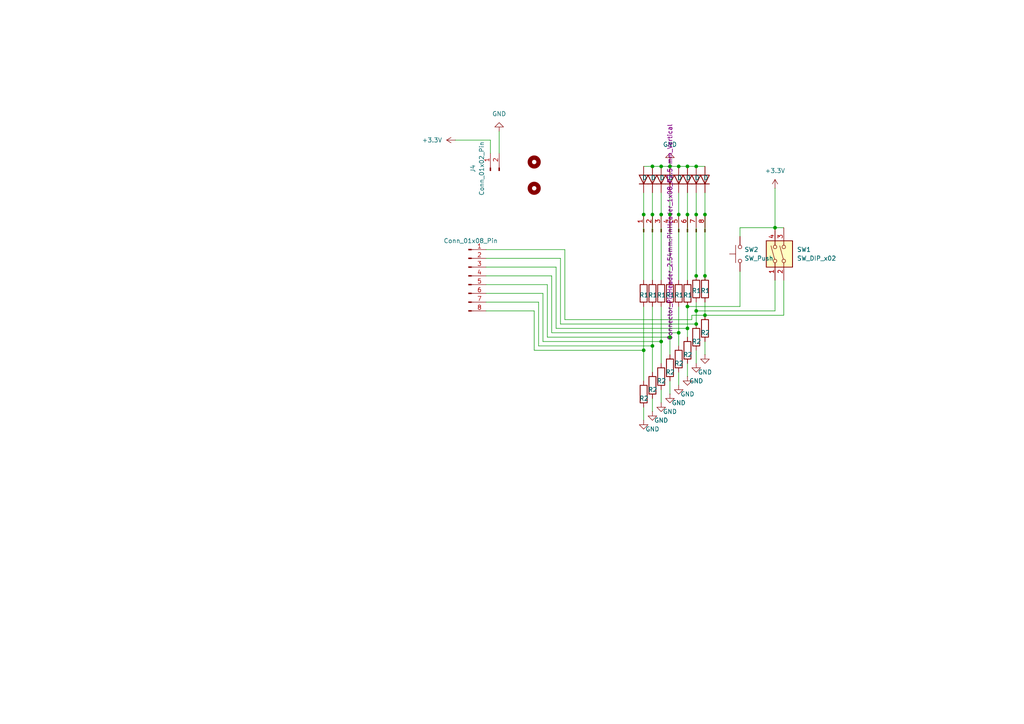
<source format=kicad_sch>
(kicad_sch (version 20250114) (generator "eeschema") (generator_version "9.0")
  (paper "A4")
  (lib_symbols
    (symbol "Connector:Conn_01x02_Pin" (pin_names (offset 1.016) (hide yes))
      (property "Reference" "J" (at 0 2.54 0))
      (property "Value" "Conn_01x02_Pin" (at 0 -5.08 0))
      (symbol "Conn_01x02_Pin_1_1"
        (rectangle (start 0.8636 0.127) (end 0 -0.127) (stroke (width 0.1524)) (fill (type outline)))
        (rectangle (start 0.8636 -2.413) (end 0 -2.667) (stroke (width 0.1524)) (fill (type outline)))
        (polyline (pts (xy 1.27 0) (xy 0.8636 0)) (stroke (width 0.1524)))
        (polyline (pts (xy 1.27 -2.54) (xy 0.8636 -2.54)) (stroke (width 0.1524)))
        (pin passive line (at 5.08 0 180) (length 3.81) (name "Pin_1") (number "1"))
        (pin passive line (at 5.08 -2.54 180) (length 3.81) (name "Pin_2") (number "2"))
      )
    )
    (symbol "Connector:Conn_01x08_Pin" (pin_names (offset 1.016) (hide yes))
      (property "Reference" "J" (at 0 10.16 0))
      (property "Value" "Conn_01x08_Pin" (at 0 -12.7 0))
      (symbol "Conn_01x08_Pin_1_1"
        (rectangle (start 0.8636 7.747) (end 0 7.493) (stroke (width 0.1524)) (fill (type outline)))
        (rectangle (start 0.8636 5.207) (end 0 4.953) (stroke (width 0.1524)) (fill (type outline)))
        (rectangle (start 0.8636 2.667) (end 0 2.413) (stroke (width 0.1524)) (fill (type outline)))
        (rectangle (start 0.8636 0.127) (end 0 -0.127) (stroke (width 0.1524)) (fill (type outline)))
        (rectangle (start 0.8636 -2.413) (end 0 -2.667) (stroke (width 0.1524)) (fill (type outline)))
        (rectangle (start 0.8636 -4.953) (end 0 -5.207) (stroke (width 0.1524)) (fill (type outline)))
        (rectangle (start 0.8636 -7.493) (end 0 -7.747) (stroke (width 0.1524)) (fill (type outline)))
        (rectangle (start 0.8636 -10.033) (end 0 -10.287) (stroke (width 0.1524)) (fill (type outline)))
        (polyline (pts (xy 1.27 7.62) (xy 0.8636 7.62)) (stroke (width 0.1524)))
        (polyline (pts (xy 1.27 5.08) (xy 0.8636 5.08)) (stroke (width 0.1524)))
        (polyline (pts (xy 1.27 2.54) (xy 0.8636 2.54)) (stroke (width 0.1524)))
        (polyline (pts (xy 1.27 0) (xy 0.8636 0)) (stroke (width 0.1524)))
        (polyline (pts (xy 1.27 -2.54) (xy 0.8636 -2.54)) (stroke (width 0.1524)))
        (polyline (pts (xy 1.27 -5.08) (xy 0.8636 -5.08)) (stroke (width 0.1524)))
        (polyline (pts (xy 1.27 -7.62) (xy 0.8636 -7.62)) (stroke (width 0.1524)))
        (polyline (pts (xy 1.27 -10.16) (xy 0.8636 -10.16)) (stroke (width 0.1524)))
        (pin passive line (at 5.08 7.62 180) (length 3.81) (name "Pin_1") (number "1"))
        (pin passive line (at 5.08 5.08 180) (length 3.81) (name "Pin_2") (number "2"))
        (pin passive line (at 5.08 2.54 180) (length 3.81) (name "Pin_3") (number "3"))
        (pin passive line (at 5.08 0 180) (length 3.81) (name "Pin_4") (number "4"))
        (pin passive line (at 5.08 -2.54 180) (length 3.81) (name "Pin_5") (number "5"))
        (pin passive line (at 5.08 -5.08 180) (length 3.81) (name "Pin_6") (number "6"))
        (pin passive line (at 5.08 -7.62 180) (length 3.81) (name "Pin_7") (number "7"))
        (pin passive line (at 5.08 -10.16 180) (length 3.81) (name "Pin_8") (number "8"))
      )
    )
    (symbol "Device:D" (pin_numbers (hide yes)) (pin_names (offset 1.016) (hide yes))
      (property "Reference" "D" (at 0 2.54 0))
      (property "Value" "D" (at 0 -2.54 0))
      (symbol "D_0_1"
        (polyline (pts (xy -1.27 1.27) (xy -1.27 -1.27)) (stroke (width 0.254)))
        (polyline (pts (xy 1.27 1.27) (xy 1.27 -1.27) (xy -1.27 0) (xy 1.27 1.27)) (stroke (width 0.254)))
        (polyline (pts (xy 1.27 0) (xy -1.27 0)))
      )
      (symbol "D_1_1"
        (pin passive line (at -3.81 0 0) (length 2.54) (name "K") (number "1"))
        (pin passive line (at 3.81 0 180) (length 2.54) (name "A") (number "2"))
      )
    )
    (symbol "Device:R" (pin_numbers (hide yes)) (pin_names (offset 0))
      (property "Reference" "R" (at 2.032 0 90))
      (property "Value" "R" (at 0 0 90))
      (symbol "R_0_1"
        (rectangle (start -1.016 -2.54) (end 1.016 2.54) (stroke (width 0.254)))
      )
      (symbol "R_1_1"
        (pin passive line (at 0 3.81 270) (length 1.27) (name "~") (number "1"))
        (pin passive line (at 0 -3.81 90) (length 1.27) (name "~") (number "2"))
      )
    )
    (symbol "Mechanical:MountingHole" (pin_names (offset 1.016)) (exclude_from_sim yes) (in_bom no)
      (property "Reference" "H" (at 0 5.08 0))
      (property "Value" "MountingHole" (at 0 3.175 0))
      (symbol "MountingHole_0_1"
        (circle (center 0 0) (radius 1.27) (stroke (width 1.27)))
      )
    )
    (symbol "Switch:SW_DIP_x02" (pin_names (offset 0) (hide yes))
      (property "Reference" "SW" (at 0 6.35 0))
      (property "Value" "SW_DIP_x02" (at 0 -3.81 0))
      (symbol "SW_DIP_x02_0_0"
        (circle (center -2.032 2.54) (radius 0.508))
        (circle (center -2.032 0) (radius 0.508))
        (polyline (pts (xy -1.524 2.667) (xy 2.3622 3.7084)))
        (polyline (pts (xy -1.524 0.127) (xy 2.3622 1.1684)))
        (circle (center 2.032 2.54) (radius 0.508))
        (circle (center 2.032 0) (radius 0.508))
      )
      (symbol "SW_DIP_x02_0_1"
        (rectangle (start -3.81 5.08) (end 3.81 -2.54) (stroke (width 0.254)) (fill (type background)))
      )
      (symbol "SW_DIP_x02_1_1"
        (pin passive line (at -7.62 2.54 0) (length 5.08) (name "~") (number "1"))
        (pin passive line (at -7.62 0 0) (length 5.08) (name "~") (number "2"))
        (pin passive line (at 7.62 2.54 180) (length 5.08) (name "~") (number "4"))
        (pin passive line (at 7.62 0 180) (length 5.08) (name "~") (number "3"))
      )
    )
    (symbol "Switch:SW_Push" (pin_numbers (hide yes)) (pin_names (offset 1.016) (hide yes))
      (property "Reference" "SW" (at 1.27 2.54 0))
      (property "Value" "SW_Push" (at 0 -1.524 0))
      (symbol "SW_Push_0_1"
        (circle (center -2.032 0) (radius 0.508))
        (polyline (pts (xy 0 1.27) (xy 0 3.048)))
        (circle (center 2.032 0) (radius 0.508))
        (polyline (pts (xy 2.54 1.27) (xy -2.54 1.27)))
        (pin passive line (at -5.08 0 0) (length 2.54) (name "1") (number "1"))
        (pin passive line (at 5.08 0 180) (length 2.54) (name "2") (number "2"))
      )
    )
    (symbol "power:+3.3V" (power) (pin_numbers (hide yes)) (pin_names (offset 0) (hide yes))
      (property "Value" "+3.3V" (at 0 3.556 0))
      (symbol "+3.3V_0_1"
        (polyline (pts (xy -0.762 1.27) (xy 0 2.54)))
        (polyline (pts (xy 0 2.54) (xy 0.762 1.27)))
        (polyline (pts (xy 0 0) (xy 0 2.54)))
      )
      (symbol "+3.3V_1_1"
        (pin power_in line (at 0 0 90) (length 0) (name "~") (number "1"))
      )
    )
    (symbol "power:GND" (power) (pin_numbers (hide yes)) (pin_names (offset 0) (hide yes))
      (property "Value" "GND" (at 0 -3.81 0))
      (symbol "GND_0_1"
        (polyline (pts (xy 0 0) (xy 0 -1.27) (xy 1.27 -1.27) (xy 0 -2.54) (xy -1.27 -1.27) (xy 0 -1.27)))
      )
      (symbol "GND_1_1"
        (pin power_in line (at 0 0 270) (length 0) (name "~") (number "1"))
      )
    )
  )
  (junction (at 196.85 48.26))
  (junction (at 196.85 96.52))
  (junction (at 199.39 88.9))
  (junction (at 189.23 48.26))
  (junction (at 196.85 62.23))
  (junction (at 194.31 62.23))
  (junction (at 194.31 48.26))
  (junction (at 194.31 97.79))
  (junction (at 201.93 90.17))
  (junction (at 199.39 62.23))
  (junction (at 189.23 62.23))
  (junction (at 186.69 101.6))
  (junction (at 201.93 80.01))
  (junction (at 191.77 99.06))
  (junction (at 199.39 48.26))
  (junction (at 199.39 95.25))
  (junction (at 191.77 62.23))
  (junction (at 204.47 91.44))
  (junction (at 201.93 62.23))
  (junction (at 189.23 100.33))
  (junction (at 186.69 62.23))
  (junction (at 204.47 62.23))
  (junction (at 204.47 80.01))
  (junction (at 224.79 66.04))
  (junction (at 201.93 93.98))
  (junction (at 201.93 48.26))
  (junction (at 191.77 48.26))
  (wire (pts (xy 224.79 54.61) (xy 224.79 66.04)))
  (wire (pts (xy 162.56 93.98) (xy 162.56 74.93)))
  (wire (pts (xy 186.69 101.6) (xy 154.94 101.6)))
  (wire (pts (xy 204.47 99.06) (xy 204.47 102.87)))
  (wire (pts (xy 199.39 95.25) (xy 199.39 97.79)))
  (wire (pts (xy 189.23 107.95) (xy 189.23 100.33)))
  (wire (pts (xy 201.93 101.6) (xy 201.93 105.41)))
  (wire (pts (xy 199.39 95.25) (xy 161.29 95.25)))
  (wire (pts (xy 161.29 95.25) (xy 161.29 77.47)))
  (wire (pts (xy 214.63 88.9) (xy 199.39 88.9)))
  (wire (pts (xy 196.85 88.9) (xy 196.85 96.52)))
  (wire (pts (xy 142.24 44.45) (xy 142.24 40.64)))
  (wire (pts (xy 201.93 55.88) (xy 201.93 62.23)))
  (wire (pts (xy 186.69 88.9) (xy 186.69 101.6)))
  (wire (pts (xy 204.47 55.88) (xy 204.47 62.23)))
  (wire (pts (xy 157.48 85.09) (xy 140.97 85.09)))
  (wire (pts (xy 160.02 96.52) (xy 160.02 80.01)))
  (wire (pts (xy 156.21 87.63) (xy 140.97 87.63)))
  (wire (pts (xy 204.47 80.01) (xy 204.47 81.28)))
  (wire (pts (xy 191.77 113.03) (xy 191.77 116.84)))
  (wire (pts (xy 204.47 87.63) (xy 204.47 91.44)))
  (wire (pts (xy 224.79 81.28) (xy 224.79 90.17)))
  (wire (pts (xy 200.66 91.44) (xy 204.47 91.44)))
  (wire (pts (xy 191.77 105.41) (xy 191.77 99.06)))
  (wire (pts (xy 196.85 96.52) (xy 160.02 96.52)))
  (wire (pts (xy 196.85 62.23) (xy 196.85 81.28)))
  (wire (pts (xy 140.97 72.39) (xy 163.83 72.39)))
  (wire (pts (xy 196.85 48.26) (xy 199.39 48.26)))
  (wire (pts (xy 224.79 66.04) (xy 214.63 66.04)))
  (wire (pts (xy 227.33 91.44) (xy 204.47 91.44)))
  (wire (pts (xy 194.31 48.26) (xy 196.85 48.26)))
  (wire (pts (xy 186.69 48.26) (xy 189.23 48.26)))
  (wire (pts (xy 189.23 55.88) (xy 189.23 62.23)))
  (wire (pts (xy 189.23 100.33) (xy 156.21 100.33)))
  (wire (pts (xy 186.69 55.88) (xy 186.69 62.23)))
  (wire (pts (xy 161.29 77.47) (xy 140.97 77.47)))
  (wire (pts (xy 189.23 48.26) (xy 191.77 48.26)))
  (wire (pts (xy 201.93 80.01) (xy 201.93 81.28)))
  (wire (pts (xy 214.63 78.74) (xy 214.63 88.9)))
  (wire (pts (xy 191.77 62.23) (xy 191.77 81.28)))
  (wire (pts (xy 199.39 55.88) (xy 199.39 62.23)))
  (wire (pts (xy 194.31 46.99) (xy 194.31 48.26)))
  (wire (pts (xy 189.23 88.9) (xy 189.23 100.33)))
  (wire (pts (xy 196.85 100.33) (xy 196.85 96.52)))
  (wire (pts (xy 194.31 97.79) (xy 158.75 97.79)))
  (wire (pts (xy 201.93 48.26) (xy 204.47 48.26)))
  (wire (pts (xy 199.39 88.9) (xy 199.39 95.25)))
  (wire (pts (xy 189.23 115.57) (xy 189.23 119.38)))
  (wire (pts (xy 199.39 105.41) (xy 199.39 109.22)))
  (wire (pts (xy 163.83 92.71) (xy 200.66 92.71)))
  (wire (pts (xy 154.94 90.17) (xy 140.97 90.17)))
  (wire (pts (xy 191.77 99.06) (xy 157.48 99.06)))
  (wire (pts (xy 224.79 90.17) (xy 201.93 90.17)))
  (wire (pts (xy 154.94 101.6) (xy 154.94 90.17)))
  (wire (pts (xy 186.69 118.11) (xy 186.69 121.92)))
  (wire (pts (xy 156.21 100.33) (xy 156.21 87.63)))
  (wire (pts (xy 196.85 107.95) (xy 196.85 111.76)))
  (wire (pts (xy 201.93 87.63) (xy 201.93 90.17)))
  (wire (pts (xy 144.78 38.1) (xy 144.78 44.45)))
  (wire (pts (xy 194.31 88.9) (xy 194.31 97.79)))
  (wire (pts (xy 194.31 55.88) (xy 194.31 62.23)))
  (wire (pts (xy 191.77 88.9) (xy 191.77 99.06)))
  (wire (pts (xy 186.69 62.23) (xy 186.69 81.28)))
  (wire (pts (xy 162.56 74.93) (xy 140.97 74.93)))
  (wire (pts (xy 158.75 97.79) (xy 158.75 82.55)))
  (wire (pts (xy 201.93 90.17) (xy 201.93 93.98)))
  (wire (pts (xy 157.48 99.06) (xy 157.48 85.09)))
  (wire (pts (xy 201.93 93.98) (xy 162.56 93.98)))
  (wire (pts (xy 158.75 82.55) (xy 140.97 82.55)))
  (wire (pts (xy 160.02 80.01) (xy 140.97 80.01)))
  (wire (pts (xy 163.83 72.39) (xy 163.83 92.71)))
  (wire (pts (xy 199.39 48.26) (xy 201.93 48.26)))
  (wire (pts (xy 189.23 62.23) (xy 189.23 81.28)))
  (wire (pts (xy 191.77 55.88) (xy 191.77 62.23)))
  (wire (pts (xy 186.69 110.49) (xy 186.69 101.6)))
  (wire (pts (xy 194.31 62.23) (xy 194.31 81.28)))
  (wire (pts (xy 201.93 62.23) (xy 201.93 80.01)))
  (wire (pts (xy 200.66 92.71) (xy 200.66 91.44)))
  (wire (pts (xy 224.79 66.04) (xy 227.33 66.04)))
  (wire (pts (xy 227.33 81.28) (xy 227.33 91.44)))
  (wire (pts (xy 204.47 62.23) (xy 204.47 80.01)))
  (wire (pts (xy 214.63 66.04) (xy 214.63 68.58)))
  (wire (pts (xy 194.31 102.87) (xy 194.31 97.79)))
  (wire (pts (xy 199.39 62.23) (xy 199.39 81.28)))
  (wire (pts (xy 196.85 55.88) (xy 196.85 62.23)))
  (wire (pts (xy 191.77 48.26) (xy 194.31 48.26)))
  (wire (pts (xy 142.24 40.64) (xy 132.08 40.64)))
  (wire (pts (xy 194.31 110.49) (xy 194.31 114.3)))
  (symbol (lib_id "Device:R") (at 199.39 85.09 0) (unit 1)
    (property "Reference" "R27" (effects (hide yes)))
    (property "Value" "R1" (at 198.12 85.598 0) (effects (justify left)))
    (property "Footprint" "digikey-footprints:1206" (effects (hide yes)))
    (property "Description" "Resistor" (effects (hide yes)))
  )
  (symbol (lib_id "power:GND") (at 201.93 105.41 0) (unit 1)
    (property "Reference" "#PWR015" (effects (hide yes)))
    (property "Value" "GND" (at 201.93 110.49 0))
    (property "Description" "Power symbol creates a global label with name \"GND\" , ground" (effects (hide yes)))
  )
  (symbol (lib_id "power:GND") (at 191.77 116.84 0) (unit 1)
    (property "Reference" "#PWR011" (effects (hide yes)))
    (property "Value" "GND" (at 191.77 121.92 0))
    (property "Description" "Power symbol creates a global label with name \"GND\" , ground" (effects (hide yes)))
  )
  (symbol (lib_id "power:GND") (at 189.23 119.38 0) (unit 1)
    (property "Reference" "#PWR010" (effects (hide yes)))
    (property "Value" "GND" (at 189.23 124.46 0))
    (property "Description" "Power symbol creates a global label with name \"GND\" , ground" (effects (hide yes)))
  )
  (symbol (lib_id "Device:D") (at 194.31 52.07 90) (unit 1)
    (property "Reference" "D12" (effects (hide yes)))
    (property "Value" "D" (at 193.802 51.562 90) (effects (justify right)))
    (property "Footprint" "Diode_SMD:D_SMF" (effects (hide yes)))
    (property "Description" "Diode" (effects (hide yes)))
    (property "Sim.Device" "D" (effects (hide yes)))
    (property "Sim.Pins" "1=K 2=A" (effects (hide yes)))
  )
  (symbol (lib_id "Device:D") (at 186.69 52.07 90) (unit 1)
    (property "Reference" "D9" (effects (hide yes)))
    (property "Value" "D" (at 186.182 51.562 90) (effects (justify right)))
    (property "Footprint" "Diode_SMD:D_SMF" (effects (hide yes)))
    (property "Description" "Diode" (effects (hide yes)))
    (property "Sim.Device" "D" (effects (hide yes)))
    (property "Sim.Pins" "1=K 2=A" (effects (hide yes)))
  )
  (symbol (lib_id "Connector:Conn_01x08_Pin") (at 194.31 67.31 90) (unit 1)
    (property "Reference" "J2" (effects (hide yes)))
    (property "Value" "Conn_01x08_Pin" (effects (hide yes)))
    (property "Footprint" "Connector_PinHeader_2.54mm:PinHeader_1x08_P2.54mm_Vertical" (at 194.31 67.31 0))
    (property "Description" "Generic connector, single row, 01x08, script generated" (effects (hide yes)))
  )
  (symbol (lib_id "power:GND") (at 144.78 38.1 180) (unit 1)
    (property "Reference" "#PWR019" (effects (hide yes)))
    (property "Value" "GND" (at 144.78 33.02 0))
    (property "Description" "Power symbol creates a global label with name \"GND\" , ground" (effects (hide yes)))
  )
  (symbol (lib_id "Device:D") (at 201.93 52.07 90) (unit 1)
    (property "Reference" "D15" (effects (hide yes)))
    (property "Value" "D" (at 201.422 51.562 90) (effects (justify right)))
    (property "Footprint" "Diode_SMD:D_SMF" (effects (hide yes)))
    (property "Description" "Diode" (effects (hide yes)))
    (property "Sim.Device" "D" (effects (hide yes)))
    (property "Sim.Pins" "1=K 2=A" (effects (hide yes)))
  )
  (symbol (lib_id "Mechanical:MountingHole") (at 154.94 54.61 0) (unit 1) (exclude_from_sim yes) (in_bom no)
    (property "Reference" "H2" (effects (hide yes)))
    (property "Value" "MountingHole" (effects (hide yes)))
    (property "Footprint" "MountingHole:MountingHole_2.5mm_Pad" (effects (hide yes)))
    (property "Description" "Mounting Hole without connection" (effects (hide yes)))
  )
  (symbol (lib_id "Device:D") (at 196.85 52.07 90) (unit 1)
    (property "Reference" "D13" (effects (hide yes)))
    (property "Value" "D" (at 196.342 51.562 90) (effects (justify right)))
    (property "Footprint" "Diode_SMD:D_SMF" (effects (hide yes)))
    (property "Description" "Diode" (effects (hide yes)))
    (property "Sim.Device" "D" (effects (hide yes)))
    (property "Sim.Pins" "1=K 2=A" (effects (hide yes)))
  )
  (symbol (lib_id "Device:R") (at 189.23 111.76 0) (unit 1)
    (property "Reference" "R20" (effects (hide yes)))
    (property "Value" "R2" (at 187.96 113.03 0) (effects (justify left)))
    (property "Footprint" "digikey-footprints:1206" (effects (hide yes)))
    (property "Description" "Resistor" (effects (hide yes)))
  )
  (symbol (lib_id "Device:R") (at 204.47 83.82 0) (unit 1)
    (property "Reference" "R31" (effects (hide yes)))
    (property "Value" "R1" (at 203.2 84.328 0) (effects (justify left)))
    (property "Footprint" "digikey-footprints:1206" (effects (hide yes)))
    (property "Description" "Resistor" (effects (hide yes)))
  )
  (symbol (lib_id "Device:R") (at 186.69 114.3 0) (unit 1)
    (property "Reference" "R18" (effects (hide yes)))
    (property "Value" "R2" (at 185.42 115.57 0) (effects (justify left)))
    (property "Footprint" "digikey-footprints:1206" (effects (hide yes)))
    (property "Description" "Resistor" (effects (hide yes)))
  )
  (symbol (lib_id "Connector:Conn_01x02_Pin") (at 142.24 49.53 90) (unit 1)
    (property "Reference" "J4" (at 137.16 48.895 0))
    (property "Value" "Conn_01x02_Pin" (at 139.7 48.895 0))
    (property "Footprint" "Connector_PinHeader_2.54mm:PinHeader_1x02_P2.54mm_Vertical" (effects (hide yes)))
    (property "Description" "Generic connector, single row, 01x02, script generated" (effects (hide yes)))
  )
  (symbol (lib_id "Device:R") (at 199.39 101.6 0) (unit 1)
    (property "Reference" "R28" (effects (hide yes)))
    (property "Value" "R2" (at 198.12 102.87 0) (effects (justify left)))
    (property "Footprint" "digikey-footprints:1206" (effects (hide yes)))
    (property "Description" "Resistor" (effects (hide yes)))
  )
  (symbol (lib_id "Device:R") (at 191.77 109.22 0) (unit 1)
    (property "Reference" "R22" (effects (hide yes)))
    (property "Value" "R2" (at 190.5 110.49 0) (effects (justify left)))
    (property "Footprint" "digikey-footprints:1206" (effects (hide yes)))
    (property "Description" "Resistor" (effects (hide yes)))
  )
  (symbol (lib_id "power:+3.3V") (at 132.08 40.64 90) (unit 1)
    (property "Reference" "#PWR020" (effects (hide yes)))
    (property "Value" "+3.3V" (at 128.27 40.6399 90) (effects (justify left)))
    (property "Description" "Power symbol creates a global label with name \"+3.3V\"" (effects (hide yes)))
  )
  (symbol (lib_id "Device:R") (at 194.31 85.09 0) (unit 1)
    (property "Reference" "R23" (effects (hide yes)))
    (property "Value" "R1" (at 193.04 85.598 0) (effects (justify left)))
    (property "Footprint" "digikey-footprints:1206" (effects (hide yes)))
    (property "Description" "Resistor" (effects (hide yes)))
  )
  (symbol (lib_id "power:GND") (at 186.69 121.92 0) (unit 1)
    (property "Reference" "#PWR09" (effects (hide yes)))
    (property "Value" "GND" (effects (hide yes)))
    (property "Description" "Power symbol creates a global label with name \"GND\" , ground" (effects (hide yes)))
  )
  (symbol (lib_id "power:GND") (at 196.85 111.76 0) (unit 1)
    (property "Reference" "#PWR013" (effects (hide yes)))
    (property "Value" "GND" (at 196.85 116.84 0))
    (property "Description" "Power symbol creates a global label with name \"GND\" , ground" (effects (hide yes)))
  )
  (symbol (lib_id "power:GND") (at 194.31 46.99 180) (unit 1)
    (property "Reference" "#PWR017" (effects (hide yes)))
    (property "Value" "GND" (at 194.31 41.91 0))
    (property "Description" "Power symbol creates a global label with name \"GND\" , ground" (effects (hide yes)))
  )
  (symbol (lib_id "Device:D") (at 189.23 52.07 90) (unit 1)
    (property "Reference" "D10" (effects (hide yes)))
    (property "Value" "D" (at 188.722 51.562 90) (effects (justify right)))
    (property "Footprint" "Diode_SMD:D_SMF" (effects (hide yes)))
    (property "Description" "Diode" (effects (hide yes)))
    (property "Sim.Device" "D" (effects (hide yes)))
    (property "Sim.Pins" "1=K 2=A" (effects (hide yes)))
  )
  (symbol (lib_id "Device:R") (at 194.31 106.68 0) (unit 1)
    (property "Reference" "R24" (effects (hide yes)))
    (property "Value" "R2" (at 193.04 107.95 0) (effects (justify left)))
    (property "Footprint" "digikey-footprints:1206" (effects (hide yes)))
    (property "Description" "Resistor" (effects (hide yes)))
  )
  (symbol (lib_id "Device:R") (at 201.93 83.82 0) (unit 1)
    (property "Reference" "R29" (effects (hide yes)))
    (property "Value" "R1" (at 200.66 84.328 0) (effects (justify left)))
    (property "Footprint" "digikey-footprints:1206" (effects (hide yes)))
    (property "Description" "Resistor" (effects (hide yes)))
  )
  (symbol (lib_id "power:GND") (at 194.31 114.3 0) (unit 1)
    (property "Reference" "#PWR012" (effects (hide yes)))
    (property "Value" "GND" (at 194.31 119.38 0))
    (property "Description" "Power symbol creates a global label with name \"GND\" , ground" (effects (hide yes)))
  )
  (symbol (lib_id "Switch:SW_Push") (at 214.63 73.66 90) (unit 1)
    (property "Reference" "SW2" (at 215.9 72.3899 90) (effects (justify right)))
    (property "Value" "SW_Push" (at 215.9 74.9299 90) (effects (justify right)))
    (property "Footprint" "Button_Switch_THT:SW_PUSH_6mm" (effects (hide yes)))
    (property "Description" "Push button switch, generic, two pins" (effects (hide yes)))
  )
  (symbol (lib_id "Switch:SW_DIP_x02") (at 227.33 73.66 90) (unit 1)
    (property "Reference" "SW1" (at 231.14 72.3899 90) (effects (justify right)))
    (property "Value" "SW_DIP_x02" (at 231.14 74.9299 90) (effects (justify right)))
    (property "Footprint" "Button_Switch_THT:SW_DIP_SPSTx02_Slide_6.7x6.64mm_W7.62mm_P2.54mm_LowProfile" (effects (hide yes)))
    (property "Description" "2x DIP Switch, Single Pole Single Throw (SPST) switch, small symbol" (effects (hide yes)))
  )
  (symbol (lib_id "Device:R") (at 196.85 104.14 0) (unit 1)
    (property "Reference" "R26" (effects (hide yes)))
    (property "Value" "R2" (at 195.58 105.41 0) (effects (justify left)))
    (property "Footprint" "digikey-footprints:1206" (effects (hide yes)))
    (property "Description" "Resistor" (effects (hide yes)))
  )
  (symbol (lib_id "Device:R") (at 204.47 95.25 0) (unit 1)
    (property "Reference" "R32" (effects (hide yes)))
    (property "Value" "R2" (at 203.2 96.52 0) (effects (justify left)))
    (property "Footprint" "digikey-footprints:1206" (effects (hide yes)))
    (property "Description" "Resistor" (effects (hide yes)))
  )
  (symbol (lib_id "Device:R") (at 196.85 85.09 0) (unit 1)
    (property "Reference" "R25" (effects (hide yes)))
    (property "Value" "R1" (at 195.58 85.598 0) (effects (justify left)))
    (property "Footprint" "digikey-footprints:1206" (effects (hide yes)))
    (property "Description" "Resistor" (effects (hide yes)))
  )
  (symbol (lib_id "Device:R") (at 186.69 85.09 0) (unit 1)
    (property "Reference" "R17" (effects (hide yes)))
    (property "Value" "R1" (at 185.42 85.598 0) (effects (justify left)))
    (property "Footprint" "digikey-footprints:1206" (effects (hide yes)))
    (property "Description" "Resistor" (effects (hide yes)))
  )
  (symbol (lib_id "Device:R") (at 191.77 85.09 0) (unit 1)
    (property "Reference" "R21" (effects (hide yes)))
    (property "Value" "R1" (at 190.5 85.598 0) (effects (justify left)))
    (property "Footprint" "digikey-footprints:1206" (effects (hide yes)))
    (property "Description" "Resistor" (effects (hide yes)))
  )
  (symbol (lib_id "power:GND") (at 204.47 102.87 0) (unit 1)
    (property "Reference" "#PWR016" (effects (hide yes)))
    (property "Value" "GND" (at 204.47 107.95 0))
    (property "Description" "Power symbol creates a global label with name \"GND\" , ground" (effects (hide yes)))
  )
  (symbol (lib_id "Device:R") (at 201.93 97.79 0) (unit 1)
    (property "Reference" "R30" (effects (hide yes)))
    (property "Value" "R2" (at 200.66 99.06 0) (effects (justify left)))
    (property "Footprint" "digikey-footprints:1206" (effects (hide yes)))
    (property "Description" "Resistor" (effects (hide yes)))
  )
  (symbol (lib_id "Device:D") (at 191.77 52.07 90) (unit 1)
    (property "Reference" "D11" (effects (hide yes)))
    (property "Value" "D" (at 191.262 51.562 90) (effects (justify right)))
    (property "Footprint" "Diode_SMD:D_SMF" (effects (hide yes)))
    (property "Description" "Diode" (effects (hide yes)))
    (property "Sim.Device" "D" (effects (hide yes)))
    (property "Sim.Pins" "1=K 2=A" (effects (hide yes)))
  )
  (symbol (lib_id "power:+3.3V") (at 224.79 54.61 0) (unit 1)
    (property "Reference" "#PWR018" (effects (hide yes)))
    (property "Value" "+3.3V" (at 224.79 49.53 0))
    (property "Description" "Power symbol creates a global label with name \"+3.3V\"" (effects (hide yes)))
  )
  (symbol (lib_id "Device:D") (at 204.47 52.07 90) (unit 1)
    (property "Reference" "D16" (effects (hide yes)))
    (property "Value" "D" (at 203.962 51.562 90) (effects (justify right)))
    (property "Footprint" "Diode_SMD:D_SMF" (effects (hide yes)))
    (property "Description" "Diode" (effects (hide yes)))
    (property "Sim.Device" "D" (effects (hide yes)))
    (property "Sim.Pins" "1=K 2=A" (effects (hide yes)))
  )
  (symbol (lib_id "Device:D") (at 199.39 52.07 90) (unit 1)
    (property "Reference" "D14" (effects (hide yes)))
    (property "Value" "D" (at 198.882 51.562 90) (effects (justify right)))
    (property "Footprint" "Diode_SMD:D_SMF" (effects (hide yes)))
    (property "Description" "Diode" (effects (hide yes)))
    (property "Sim.Device" "D" (effects (hide yes)))
    (property "Sim.Pins" "1=K 2=A" (effects (hide yes)))
  )
  (symbol (lib_id "power:GND") (at 199.39 109.22 0) (unit 1)
    (property "Reference" "#PWR014" (effects (hide yes)))
    (property "Value" "GND" (at 199.39 114.3 0))
    (property "Description" "Power symbol creates a global label with name \"GND\" , ground" (effects (hide yes)))
  )
  (symbol (lib_id "Device:R") (at 189.23 85.09 0) (unit 1)
    (property "Reference" "R19" (effects (hide yes)))
    (property "Value" "R1" (at 187.96 85.598 0) (effects (justify left)))
    (property "Footprint" "digikey-footprints:1206" (effects (hide yes)))
    (property "Description" "Resistor" (effects (hide yes)))
  )
  (symbol (lib_id "Connector:Conn_01x08_Pin") (at 135.89 80.01 0) (unit 1)
    (property "Reference" "J1" (effects (hide yes)))
    (property "Value" "Conn_01x08_Pin" (at 136.525 69.85 0))
    (property "Footprint" "Connector_PinHeader_2.54mm:PinHeader_1x08_P2.54mm_Vertical" (effects (hide yes)))
    (property "Description" "Generic connector, single row, 01x08, script generated" (effects (hide yes)))
  )
  (symbol (lib_id "Mechanical:MountingHole") (at 154.94 46.99 0) (unit 1) (exclude_from_sim yes) (in_bom no)
    (property "Reference" "H1" (effects (hide yes)))
    (property "Value" "MountingHole" (effects (hide yes)))
    (property "Footprint" "MountingHole:MountingHole_2.5mm_Pad" (effects (hide yes)))
    (property "Description" "Mounting Hole without connection" (effects (hide yes)))
  )
)
</source>
